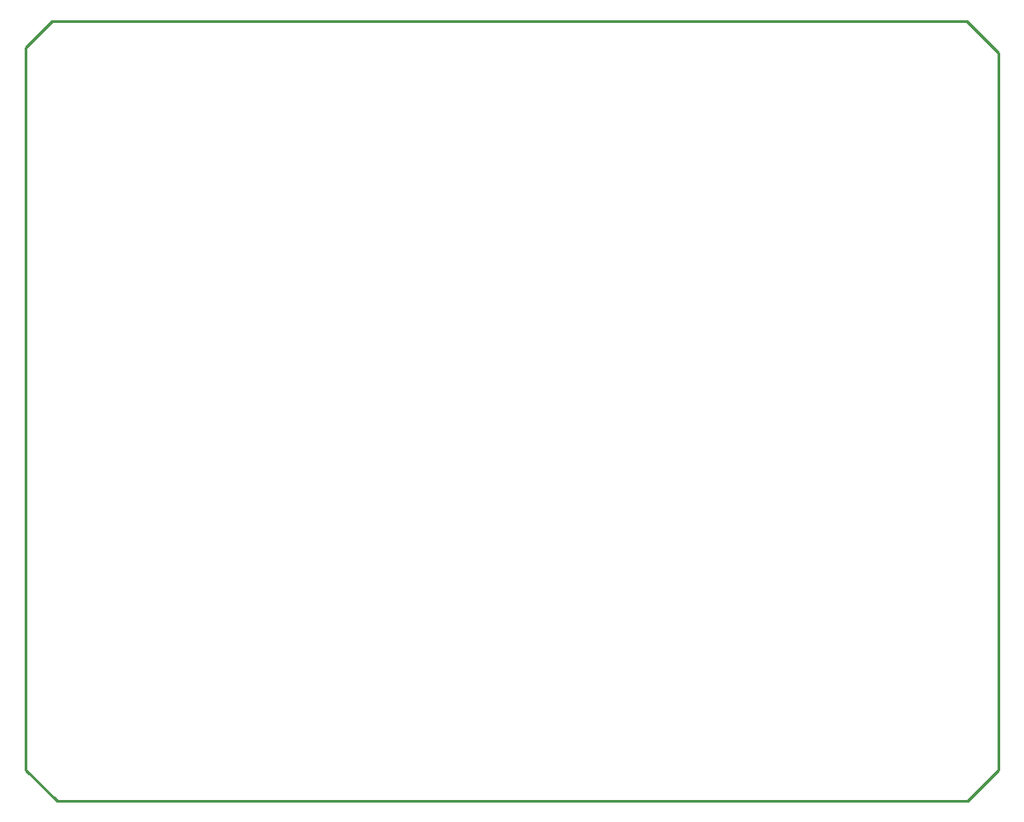
<source format=gm1>
G04 Layer_Color=16711935*
%FSLAX25Y25*%
%MOIN*%
G70*
G01*
G75*
%ADD18C,0.01000*%
D18*
X0Y11900D02*
Y15100D01*
Y11900D02*
X11900Y0D01*
X195100D01*
X315300Y295100D02*
X356000D01*
X368100Y283000D01*
Y11700D02*
Y283000D01*
X356400Y0D02*
X368100Y11700D01*
X195100Y0D02*
X356400D01*
X0Y15100D02*
Y285200D01*
X9900Y295100D01*
X315300D01*
M02*

</source>
